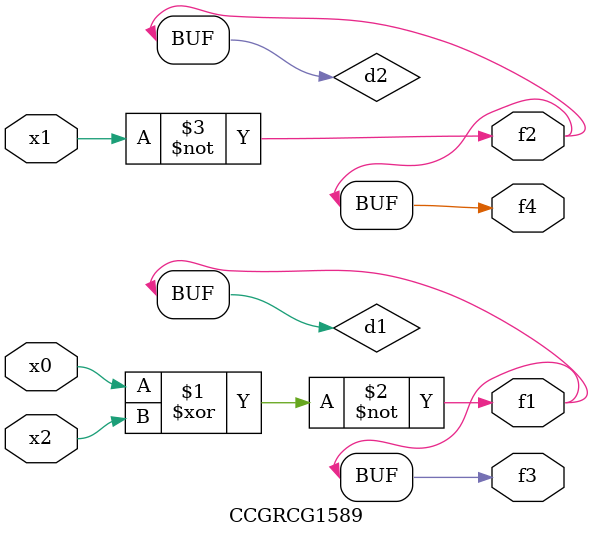
<source format=v>
module CCGRCG1589(
	input x0, x1, x2,
	output f1, f2, f3, f4
);

	wire d1, d2, d3;

	xnor (d1, x0, x2);
	nand (d2, x1);
	nor (d3, x1, x2);
	assign f1 = d1;
	assign f2 = d2;
	assign f3 = d1;
	assign f4 = d2;
endmodule

</source>
